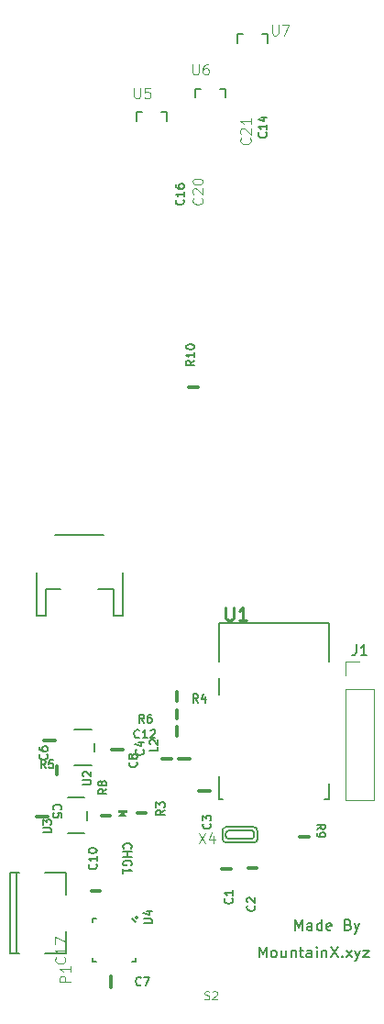
<source format=gbr>
G04 #@! TF.GenerationSoftware,KiCad,Pcbnew,(6.0.0-rc1-dev-1027-g90233e5ec)*
G04 #@! TF.CreationDate,2018-11-05T19:06:39+01:00*
G04 #@! TF.ProjectId,eBoard_remote_control,65426F6172645F72656D6F74655F636F,rev?*
G04 #@! TF.SameCoordinates,Original*
G04 #@! TF.FileFunction,Legend,Top*
G04 #@! TF.FilePolarity,Positive*
%FSLAX46Y46*%
G04 Gerber Fmt 4.6, Leading zero omitted, Abs format (unit mm)*
G04 Created by KiCad (PCBNEW (6.0.0-rc1-dev-1027-g90233e5ec)) date 11/05/18 19:06:39*
%MOMM*%
%LPD*%
G01*
G04 APERTURE LIST*
%ADD10C,0.150000*%
%ADD11C,0.127000*%
%ADD12C,0.203200*%
%ADD13C,0.304800*%
%ADD14C,0.152400*%
%ADD15C,0.120000*%
%ADD16C,0.100000*%
%ADD17C,0.077216*%
%ADD18C,0.217170*%
%ADD19C,0.060800*%
%ADD20C,0.138988*%
%ADD21C,0.076000*%
G04 APERTURE END LIST*
D10*
X203243228Y-142768580D02*
X203243228Y-141768580D01*
X203576561Y-142482866D01*
X203909895Y-141768580D01*
X203909895Y-142768580D01*
X204814657Y-142768580D02*
X204814657Y-142244771D01*
X204767038Y-142149533D01*
X204671800Y-142101914D01*
X204481323Y-142101914D01*
X204386085Y-142149533D01*
X204814657Y-142720961D02*
X204719419Y-142768580D01*
X204481323Y-142768580D01*
X204386085Y-142720961D01*
X204338466Y-142625723D01*
X204338466Y-142530485D01*
X204386085Y-142435247D01*
X204481323Y-142387628D01*
X204719419Y-142387628D01*
X204814657Y-142340009D01*
X205719419Y-142768580D02*
X205719419Y-141768580D01*
X205719419Y-142720961D02*
X205624180Y-142768580D01*
X205433704Y-142768580D01*
X205338466Y-142720961D01*
X205290847Y-142673342D01*
X205243228Y-142578104D01*
X205243228Y-142292390D01*
X205290847Y-142197152D01*
X205338466Y-142149533D01*
X205433704Y-142101914D01*
X205624180Y-142101914D01*
X205719419Y-142149533D01*
X206576561Y-142720961D02*
X206481323Y-142768580D01*
X206290847Y-142768580D01*
X206195609Y-142720961D01*
X206147990Y-142625723D01*
X206147990Y-142244771D01*
X206195609Y-142149533D01*
X206290847Y-142101914D01*
X206481323Y-142101914D01*
X206576561Y-142149533D01*
X206624180Y-142244771D01*
X206624180Y-142340009D01*
X206147990Y-142435247D01*
X208147990Y-142244771D02*
X208290847Y-142292390D01*
X208338466Y-142340009D01*
X208386085Y-142435247D01*
X208386085Y-142578104D01*
X208338466Y-142673342D01*
X208290847Y-142720961D01*
X208195609Y-142768580D01*
X207814657Y-142768580D01*
X207814657Y-141768580D01*
X208147990Y-141768580D01*
X208243228Y-141816200D01*
X208290847Y-141863819D01*
X208338466Y-141959057D01*
X208338466Y-142054295D01*
X208290847Y-142149533D01*
X208243228Y-142197152D01*
X208147990Y-142244771D01*
X207814657Y-142244771D01*
X208719419Y-142101914D02*
X208957514Y-142768580D01*
X209195609Y-142101914D02*
X208957514Y-142768580D01*
X208862276Y-143006676D01*
X208814657Y-143054295D01*
X208719419Y-143101914D01*
X199928790Y-145257780D02*
X199928790Y-144257780D01*
X200262123Y-144972066D01*
X200595457Y-144257780D01*
X200595457Y-145257780D01*
X201214504Y-145257780D02*
X201119266Y-145210161D01*
X201071647Y-145162542D01*
X201024028Y-145067304D01*
X201024028Y-144781590D01*
X201071647Y-144686352D01*
X201119266Y-144638733D01*
X201214504Y-144591114D01*
X201357361Y-144591114D01*
X201452600Y-144638733D01*
X201500219Y-144686352D01*
X201547838Y-144781590D01*
X201547838Y-145067304D01*
X201500219Y-145162542D01*
X201452600Y-145210161D01*
X201357361Y-145257780D01*
X201214504Y-145257780D01*
X202404980Y-144591114D02*
X202404980Y-145257780D01*
X201976409Y-144591114D02*
X201976409Y-145114923D01*
X202024028Y-145210161D01*
X202119266Y-145257780D01*
X202262123Y-145257780D01*
X202357361Y-145210161D01*
X202404980Y-145162542D01*
X202881171Y-144591114D02*
X202881171Y-145257780D01*
X202881171Y-144686352D02*
X202928790Y-144638733D01*
X203024028Y-144591114D01*
X203166885Y-144591114D01*
X203262123Y-144638733D01*
X203309742Y-144733971D01*
X203309742Y-145257780D01*
X203643076Y-144591114D02*
X204024028Y-144591114D01*
X203785933Y-144257780D02*
X203785933Y-145114923D01*
X203833552Y-145210161D01*
X203928790Y-145257780D01*
X204024028Y-145257780D01*
X204785933Y-145257780D02*
X204785933Y-144733971D01*
X204738314Y-144638733D01*
X204643076Y-144591114D01*
X204452599Y-144591114D01*
X204357361Y-144638733D01*
X204785933Y-145210161D02*
X204690695Y-145257780D01*
X204452599Y-145257780D01*
X204357361Y-145210161D01*
X204309742Y-145114923D01*
X204309742Y-145019685D01*
X204357361Y-144924447D01*
X204452599Y-144876828D01*
X204690695Y-144876828D01*
X204785933Y-144829209D01*
X205262123Y-145257780D02*
X205262123Y-144591114D01*
X205262123Y-144257780D02*
X205214504Y-144305400D01*
X205262123Y-144353019D01*
X205309742Y-144305400D01*
X205262123Y-144257780D01*
X205262123Y-144353019D01*
X205738314Y-144591114D02*
X205738314Y-145257780D01*
X205738314Y-144686352D02*
X205785933Y-144638733D01*
X205881171Y-144591114D01*
X206024028Y-144591114D01*
X206119266Y-144638733D01*
X206166885Y-144733971D01*
X206166885Y-145257780D01*
X206547838Y-144257780D02*
X207214504Y-145257780D01*
X207214504Y-144257780D02*
X206547838Y-145257780D01*
X207595457Y-145162542D02*
X207643076Y-145210161D01*
X207595457Y-145257780D01*
X207547838Y-145210161D01*
X207595457Y-145162542D01*
X207595457Y-145257780D01*
X207976409Y-145257780D02*
X208500219Y-144591114D01*
X207976409Y-144591114D02*
X208500219Y-145257780D01*
X208785933Y-144591114D02*
X209024028Y-145257780D01*
X209262123Y-144591114D02*
X209024028Y-145257780D01*
X208928790Y-145495876D01*
X208881171Y-145543495D01*
X208785933Y-145591114D01*
X209547838Y-144591114D02*
X210071647Y-144591114D01*
X209547838Y-145257780D01*
X210071647Y-145257780D01*
G04 #@! TO.C,P1*
X177509863Y-144918018D02*
X177509863Y-137418018D01*
X180109863Y-137418018D02*
X182109863Y-137418018D01*
X177509863Y-137418018D02*
X177809863Y-137418018D01*
X176909863Y-137418018D02*
X177509863Y-137418018D01*
X176909863Y-144918018D02*
X176909863Y-137418018D01*
X177509863Y-144918018D02*
X176909863Y-144918018D01*
X177809863Y-144918018D02*
X177509863Y-144918018D01*
X182109863Y-144918018D02*
X180109863Y-144918018D01*
X182109863Y-142868018D02*
X182109863Y-144918018D01*
X182109863Y-137418018D02*
X182109863Y-139468018D01*
D11*
G04 #@! TO.C,U1*
X206392263Y-130623756D02*
X206392263Y-129223756D01*
X205992263Y-130623756D02*
X206392263Y-130623756D01*
X196192263Y-130623756D02*
X196192263Y-128523756D01*
X196592263Y-130623756D02*
X196192263Y-130623756D01*
X196192263Y-119523756D02*
X196192263Y-121023756D01*
X206392263Y-114423756D02*
X206392263Y-117923756D01*
X196192263Y-114423756D02*
X206392263Y-114423756D01*
X196192263Y-117923756D02*
X196192263Y-114423756D01*
D12*
G04 #@! TO.C,X2*
X179337200Y-113745400D02*
X179337200Y-109745400D01*
X180187200Y-113745400D02*
X179337200Y-113745400D01*
X180187200Y-111245400D02*
X180187200Y-113745400D01*
X181587200Y-111245400D02*
X180187200Y-111245400D01*
X186487200Y-111245400D02*
X185087200Y-111245400D01*
X186487200Y-113745400D02*
X186487200Y-111245400D01*
X187337200Y-113745400D02*
X186487200Y-113745400D01*
X187337200Y-109745400D02*
X187337200Y-113745400D01*
X181087200Y-106245400D02*
X185587200Y-106245400D01*
D13*
G04 #@! TO.C,R8*
X185350200Y-132217160D02*
X186150200Y-132217160D01*
D11*
G04 #@! TO.C,X4*
X199244536Y-134335475D02*
G75*
G03X199444537Y-134035476I-49899J249933D01*
G01*
X199444537Y-133735476D02*
X199444537Y-134035476D01*
X199444538Y-133735477D02*
G75*
G03X199144537Y-133535476I-250001J-50000D01*
G01*
X197144537Y-133535476D02*
X199144537Y-133535476D01*
X197144538Y-133535477D02*
G75*
G03X196844537Y-133835476I-1J-300000D01*
G01*
X196844537Y-134035476D02*
X196844537Y-133835476D01*
X196844537Y-134035476D02*
G75*
G03X197144537Y-134335476I300100J100D01*
G01*
X199244537Y-134335476D02*
X197144537Y-134335476D01*
X196544537Y-134319276D02*
X196544537Y-133518276D01*
X196544537Y-134319276D02*
G75*
G03X196860737Y-134635476I316200J0D01*
G01*
X199520937Y-134635476D02*
X196860737Y-134635476D01*
X199520937Y-134635476D02*
G75*
G03X199744537Y-134411876I0J223600D01*
G01*
X199744537Y-133518276D02*
X199744537Y-134411876D01*
X199744537Y-133518276D02*
G75*
G03X199461737Y-133235476I-282800J0D01*
G01*
X196827337Y-133235476D02*
X199461737Y-133235476D01*
X196827337Y-133235476D02*
G75*
G03X196544537Y-133518276I0J-282800D01*
G01*
D13*
G04 #@! TO.C,C10*
X184452663Y-139141418D02*
X185252663Y-139141418D01*
G04 #@! TO.C,R9*
X203701700Y-134137400D02*
X204501700Y-134137400D01*
D14*
G04 #@! TO.C,U5*
X190881000Y-67284600D02*
X191439800Y-67284600D01*
X191439800Y-67284600D02*
X191439800Y-68097400D01*
X188595000Y-67284600D02*
X189153800Y-67284600D01*
X188595000Y-68097400D02*
X188595000Y-67284600D01*
D15*
G04 #@! TO.C,J1*
X207890844Y-117924010D02*
X209220844Y-117924010D01*
X207890844Y-119254010D02*
X207890844Y-117924010D01*
X207890844Y-120524010D02*
X210550844Y-120524010D01*
X210550844Y-120524010D02*
X210550844Y-130744010D01*
X207890844Y-120524010D02*
X207890844Y-130744010D01*
X207890844Y-130744010D02*
X210550844Y-130744010D01*
D14*
G04 #@! TO.C,U7*
X200167240Y-60076080D02*
X200726040Y-60076080D01*
X200726040Y-60076080D02*
X200726040Y-60888880D01*
X197881240Y-60076080D02*
X198440040Y-60076080D01*
X197881240Y-60888880D02*
X197881240Y-60076080D01*
G04 #@! TO.C,U6*
X196281040Y-65092760D02*
X196839840Y-65092760D01*
X196839840Y-65092760D02*
X196839840Y-65905560D01*
X193995040Y-65092760D02*
X194553840Y-65092760D01*
X193995040Y-65905560D02*
X193995040Y-65092760D01*
D13*
G04 #@! TO.C,C1*
X197299937Y-137059676D02*
X196499937Y-137059676D01*
G04 #@! TO.C,C2*
X199738337Y-137034276D02*
X198938337Y-137034276D01*
G04 #@! TO.C,C3*
X195381880Y-129900680D02*
X194365880Y-129900680D01*
G04 #@! TO.C,L2*
X193498244Y-126975610D02*
X192482244Y-126975610D01*
G04 #@! TO.C,C4*
X191814400Y-126974600D02*
X191014400Y-126974600D01*
D12*
G04 #@! TO.C,U3*
X184067077Y-131779116D02*
X184067077Y-132579116D01*
X183817077Y-133829116D02*
X182217077Y-133829116D01*
X183817077Y-130529116D02*
X182217077Y-130529116D01*
D16*
G04 #@! TO.C,CHG1*
G36*
X187335077Y-131785416D02*
X186954077Y-132293416D01*
X187716077Y-132293416D01*
X187335077Y-131785416D01*
G37*
G36*
X186890577Y-131898916D02*
X187779577Y-131898916D01*
X187779577Y-131708416D01*
X186890577Y-131708416D01*
X186890577Y-131898916D01*
G37*
D13*
G04 #@! TO.C,R3*
X189462277Y-131937816D02*
X188662277Y-131937816D01*
G04 #@! TO.C,C5*
X179379880Y-132262880D02*
X180395880Y-132262880D01*
G04 #@! TO.C,R4*
X192304444Y-120784410D02*
X192304444Y-121584410D01*
G04 #@! TO.C,R6*
X192368844Y-123210010D02*
X192368844Y-122410010D01*
G04 #@! TO.C,C6*
X181061360Y-125206760D02*
X180045360Y-125206760D01*
G04 #@! TO.C,C8*
X187313735Y-126067768D02*
X186297735Y-126067768D01*
D12*
G04 #@! TO.C,U2*
X184706135Y-125489968D02*
X184706135Y-126289968D01*
X184456135Y-127539968D02*
X182856135Y-127539968D01*
X184456135Y-124239968D02*
X182856135Y-124239968D01*
D13*
G04 #@! TO.C,R5*
X181269640Y-128375360D02*
X181269640Y-127575360D01*
D12*
G04 #@! TO.C,U4*
X188713463Y-141579818D02*
G75*
G03X188713463Y-141579818I-127000J0D01*
G01*
X188503663Y-142012618D02*
X188153663Y-141662618D01*
X188503663Y-145662618D02*
X188503663Y-145312618D01*
X188153663Y-145662618D02*
X188503663Y-145662618D01*
X184503663Y-141662618D02*
X184853663Y-141662618D01*
X184503663Y-142012618D02*
X184503663Y-141662618D01*
X184853663Y-145662618D02*
X184503663Y-145662618D01*
X184503663Y-145312618D02*
X184503663Y-145662618D01*
D13*
G04 #@! TO.C,C12*
X192355244Y-124810210D02*
X192355244Y-124010210D01*
G04 #@! TO.C,C7*
X186198863Y-148056818D02*
X186198863Y-147040818D01*
G04 #@! TO.C,R10*
X193462960Y-92669360D02*
X194262960Y-92669360D01*
G04 #@! TO.C,P1*
D17*
X182483518Y-147527680D02*
X181518318Y-147527680D01*
X181518318Y-147159984D01*
X181564280Y-147068061D01*
X181610241Y-147022099D01*
X181702165Y-146976137D01*
X181840051Y-146976137D01*
X181931975Y-147022099D01*
X181977937Y-147068061D01*
X182023899Y-147159984D01*
X182023899Y-147527680D01*
X182483518Y-146056899D02*
X182483518Y-146608441D01*
X182483518Y-146332670D02*
X181518318Y-146332670D01*
X181656203Y-146424594D01*
X181748127Y-146516518D01*
X181794089Y-146608441D01*
G04 #@! TO.C,U1*
D18*
X196854685Y-112931803D02*
X196854685Y-113908494D01*
X196912137Y-114023398D01*
X196969590Y-114080851D01*
X197084494Y-114138303D01*
X197314304Y-114138303D01*
X197429209Y-114080851D01*
X197486661Y-114023398D01*
X197544113Y-113908494D01*
X197544113Y-112931803D01*
X198750613Y-114138303D02*
X198061185Y-114138303D01*
X198405899Y-114138303D02*
X198405899Y-112931803D01*
X198290994Y-113104160D01*
X198176090Y-113219065D01*
X198061185Y-113276517D01*
G04 #@! TO.C,S2*
D19*
X194900681Y-149087019D02*
X195009253Y-149123209D01*
X195190205Y-149123209D01*
X195262586Y-149087019D01*
X195298777Y-149050828D01*
X195334967Y-148978447D01*
X195334967Y-148906066D01*
X195298777Y-148833685D01*
X195262586Y-148797495D01*
X195190205Y-148761304D01*
X195045443Y-148725114D01*
X194973062Y-148688923D01*
X194936872Y-148652733D01*
X194900681Y-148580352D01*
X194900681Y-148507971D01*
X194936872Y-148435590D01*
X194973062Y-148399400D01*
X195045443Y-148363209D01*
X195226396Y-148363209D01*
X195334967Y-148399400D01*
X195624491Y-148435590D02*
X195660681Y-148399400D01*
X195733062Y-148363209D01*
X195914015Y-148363209D01*
X195986396Y-148399400D01*
X196022586Y-148435590D01*
X196058777Y-148507971D01*
X196058777Y-148580352D01*
X196022586Y-148688923D01*
X195588300Y-149123209D01*
X196058777Y-149123209D01*
G04 #@! TO.C,R8*
D20*
X185840430Y-129723735D02*
X185472735Y-129981122D01*
X185840430Y-130164970D02*
X185068270Y-130164970D01*
X185068270Y-129870813D01*
X185105040Y-129797274D01*
X185141809Y-129760505D01*
X185215348Y-129723735D01*
X185325657Y-129723735D01*
X185399196Y-129760505D01*
X185435965Y-129797274D01*
X185472735Y-129870813D01*
X185472735Y-130164970D01*
X185399196Y-129282501D02*
X185362426Y-129356040D01*
X185325657Y-129392810D01*
X185252118Y-129429579D01*
X185215348Y-129429579D01*
X185141809Y-129392810D01*
X185105040Y-129356040D01*
X185068270Y-129282501D01*
X185068270Y-129135423D01*
X185105040Y-129061884D01*
X185141809Y-129025114D01*
X185215348Y-128988345D01*
X185252118Y-128988345D01*
X185325657Y-129025114D01*
X185362426Y-129061884D01*
X185399196Y-129135423D01*
X185399196Y-129282501D01*
X185435965Y-129356040D01*
X185472735Y-129392810D01*
X185546274Y-129429579D01*
X185693352Y-129429579D01*
X185766891Y-129392810D01*
X185803660Y-129356040D01*
X185840430Y-129282501D01*
X185840430Y-129135423D01*
X185803660Y-129061884D01*
X185766891Y-129025114D01*
X185693352Y-128988345D01*
X185546274Y-128988345D01*
X185472735Y-129025114D01*
X185435965Y-129061884D01*
X185399196Y-129135423D01*
G04 #@! TO.C,X4*
D17*
X194324519Y-133761238D02*
X194967985Y-134726438D01*
X194967985Y-133761238D02*
X194324519Y-134726438D01*
X195749338Y-134082971D02*
X195749338Y-134726438D01*
X195519528Y-133715276D02*
X195289719Y-134404704D01*
X195887223Y-134404704D01*
G04 #@! TO.C,C10*
D20*
X184869354Y-136647993D02*
X184906123Y-136684763D01*
X184942893Y-136795071D01*
X184942893Y-136868611D01*
X184906123Y-136978919D01*
X184832584Y-137052458D01*
X184759045Y-137089228D01*
X184611967Y-137125997D01*
X184501659Y-137125997D01*
X184354581Y-137089228D01*
X184281042Y-137052458D01*
X184207503Y-136978919D01*
X184170733Y-136868611D01*
X184170733Y-136795071D01*
X184207503Y-136684763D01*
X184244272Y-136647993D01*
X184942893Y-135912603D02*
X184942893Y-136353837D01*
X184942893Y-136133220D02*
X184170733Y-136133220D01*
X184281042Y-136206759D01*
X184354581Y-136280298D01*
X184391350Y-136353837D01*
X184170733Y-135434599D02*
X184170733Y-135361060D01*
X184207503Y-135287521D01*
X184244272Y-135250751D01*
X184317811Y-135213982D01*
X184464889Y-135177212D01*
X184648737Y-135177212D01*
X184795815Y-135213982D01*
X184869354Y-135250751D01*
X184906123Y-135287521D01*
X184942893Y-135361060D01*
X184942893Y-135434599D01*
X184906123Y-135508138D01*
X184869354Y-135544908D01*
X184795815Y-135581677D01*
X184648737Y-135618447D01*
X184464889Y-135618447D01*
X184317811Y-135581677D01*
X184244272Y-135544908D01*
X184207503Y-135508138D01*
X184170733Y-135434599D01*
G04 #@! TO.C,R9*
X205245909Y-133431289D02*
X205613604Y-133173902D01*
X205245909Y-132990054D02*
X206018069Y-132990054D01*
X206018069Y-133284211D01*
X205981300Y-133357750D01*
X205944530Y-133394519D01*
X205870991Y-133431289D01*
X205760682Y-133431289D01*
X205687143Y-133394519D01*
X205650374Y-133357750D01*
X205613604Y-133284211D01*
X205613604Y-132990054D01*
X205245909Y-133798984D02*
X205245909Y-133946062D01*
X205282679Y-134019601D01*
X205319448Y-134056371D01*
X205429757Y-134129910D01*
X205576835Y-134166679D01*
X205870991Y-134166679D01*
X205944530Y-134129910D01*
X205981300Y-134093140D01*
X206018069Y-134019601D01*
X206018069Y-133872523D01*
X205981300Y-133798984D01*
X205944530Y-133762214D01*
X205870991Y-133725445D01*
X205687143Y-133725445D01*
X205613604Y-133762214D01*
X205576835Y-133798984D01*
X205540065Y-133872523D01*
X205540065Y-134019601D01*
X205576835Y-134093140D01*
X205613604Y-134129910D01*
X205687143Y-134166679D01*
G04 #@! TO.C,U5*
D21*
X188387990Y-65044761D02*
X188387990Y-65813809D01*
X188433228Y-65904285D01*
X188478466Y-65949523D01*
X188568942Y-65994761D01*
X188749895Y-65994761D01*
X188840371Y-65949523D01*
X188885609Y-65904285D01*
X188930847Y-65813809D01*
X188930847Y-65044761D01*
X189835609Y-65044761D02*
X189383228Y-65044761D01*
X189337990Y-65497142D01*
X189383228Y-65451904D01*
X189473704Y-65406666D01*
X189699895Y-65406666D01*
X189790371Y-65451904D01*
X189835609Y-65497142D01*
X189880847Y-65587619D01*
X189880847Y-65813809D01*
X189835609Y-65904285D01*
X189790371Y-65949523D01*
X189699895Y-65994761D01*
X189473704Y-65994761D01*
X189383228Y-65949523D01*
X189337990Y-65904285D01*
G04 #@! TO.C,J1*
D10*
X208887510Y-116376390D02*
X208887510Y-117090676D01*
X208839891Y-117233533D01*
X208744653Y-117328771D01*
X208601796Y-117376390D01*
X208506558Y-117376390D01*
X209887510Y-117376390D02*
X209316082Y-117376390D01*
X209601796Y-117376390D02*
X209601796Y-116376390D01*
X209506558Y-116519248D01*
X209411320Y-116614486D01*
X209316082Y-116662105D01*
G04 #@! TO.C,U7*
D21*
X201143870Y-59228161D02*
X201143870Y-59997209D01*
X201189108Y-60087685D01*
X201234346Y-60132923D01*
X201324822Y-60178161D01*
X201505775Y-60178161D01*
X201596251Y-60132923D01*
X201641489Y-60087685D01*
X201686727Y-59997209D01*
X201686727Y-59228161D01*
X202048632Y-59228161D02*
X202681965Y-59228161D01*
X202274822Y-60178161D01*
G04 #@! TO.C,U6*
X193788030Y-62852921D02*
X193788030Y-63621969D01*
X193833268Y-63712445D01*
X193878506Y-63757683D01*
X193968982Y-63802921D01*
X194149935Y-63802921D01*
X194240411Y-63757683D01*
X194285649Y-63712445D01*
X194330887Y-63621969D01*
X194330887Y-62852921D01*
X195190411Y-62852921D02*
X195009459Y-62852921D01*
X194918982Y-62898160D01*
X194873744Y-62943398D01*
X194783268Y-63079112D01*
X194738030Y-63260064D01*
X194738030Y-63621969D01*
X194783268Y-63712445D01*
X194828506Y-63757683D01*
X194918982Y-63802921D01*
X195099935Y-63802921D01*
X195190411Y-63757683D01*
X195235649Y-63712445D01*
X195280887Y-63621969D01*
X195280887Y-63395779D01*
X195235649Y-63305302D01*
X195190411Y-63260064D01*
X195099935Y-63214826D01*
X194918982Y-63214826D01*
X194828506Y-63260064D01*
X194783268Y-63305302D01*
X194738030Y-63395779D01*
G04 #@! TO.C,C21*
X199063785Y-69653852D02*
X199109023Y-69699090D01*
X199154261Y-69834804D01*
X199154261Y-69925280D01*
X199109023Y-70060995D01*
X199018547Y-70151471D01*
X198928071Y-70196709D01*
X198747119Y-70241947D01*
X198611404Y-70241947D01*
X198430452Y-70196709D01*
X198339976Y-70151471D01*
X198249500Y-70060995D01*
X198204261Y-69925280D01*
X198204261Y-69834804D01*
X198249500Y-69699090D01*
X198294738Y-69653852D01*
X198294738Y-69291947D02*
X198249500Y-69246709D01*
X198204261Y-69156233D01*
X198204261Y-68930042D01*
X198249500Y-68839566D01*
X198294738Y-68794328D01*
X198385214Y-68749090D01*
X198475690Y-68749090D01*
X198611404Y-68794328D01*
X199154261Y-69337185D01*
X199154261Y-68749090D01*
X199154261Y-67844328D02*
X199154261Y-68387185D01*
X199154261Y-68115757D02*
X198204261Y-68115757D01*
X198339976Y-68206233D01*
X198430452Y-68296709D01*
X198475690Y-68387185D01*
G04 #@! TO.C,C20*
X194631485Y-75203752D02*
X194676723Y-75248990D01*
X194721961Y-75384704D01*
X194721961Y-75475180D01*
X194676723Y-75610895D01*
X194586247Y-75701371D01*
X194495771Y-75746609D01*
X194314819Y-75791847D01*
X194179104Y-75791847D01*
X193998152Y-75746609D01*
X193907676Y-75701371D01*
X193817200Y-75610895D01*
X193771961Y-75475180D01*
X193771961Y-75384704D01*
X193817200Y-75248990D01*
X193862438Y-75203752D01*
X193862438Y-74841847D02*
X193817200Y-74796609D01*
X193771961Y-74706133D01*
X193771961Y-74479942D01*
X193817200Y-74389466D01*
X193862438Y-74344228D01*
X193952914Y-74298990D01*
X194043390Y-74298990D01*
X194179104Y-74344228D01*
X194721961Y-74887085D01*
X194721961Y-74298990D01*
X193771961Y-73710895D02*
X193771961Y-73620419D01*
X193817200Y-73529942D01*
X193862438Y-73484704D01*
X193952914Y-73439466D01*
X194133866Y-73394228D01*
X194360057Y-73394228D01*
X194541009Y-73439466D01*
X194631485Y-73484704D01*
X194676723Y-73529942D01*
X194721961Y-73620419D01*
X194721961Y-73710895D01*
X194676723Y-73801371D01*
X194631485Y-73846609D01*
X194541009Y-73891847D01*
X194360057Y-73937085D01*
X194133866Y-73937085D01*
X193952914Y-73891847D01*
X193862438Y-73846609D01*
X193817200Y-73801371D01*
X193771961Y-73710895D01*
G04 #@! TO.C,C1*
D20*
X197434788Y-139810486D02*
X197471557Y-139847256D01*
X197508327Y-139957564D01*
X197508327Y-140031103D01*
X197471557Y-140141412D01*
X197398018Y-140214951D01*
X197324479Y-140251721D01*
X197177401Y-140288490D01*
X197067093Y-140288490D01*
X196920015Y-140251721D01*
X196846476Y-140214951D01*
X196772937Y-140141412D01*
X196736167Y-140031103D01*
X196736167Y-139957564D01*
X196772937Y-139847256D01*
X196809706Y-139810486D01*
X197508327Y-139075096D02*
X197508327Y-139516330D01*
X197508327Y-139295713D02*
X196736167Y-139295713D01*
X196846476Y-139369252D01*
X196920015Y-139442791D01*
X196956784Y-139516330D01*
G04 #@! TO.C,C2*
X199493051Y-140469610D02*
X199529820Y-140506380D01*
X199566590Y-140616688D01*
X199566590Y-140690227D01*
X199529820Y-140800536D01*
X199456281Y-140874075D01*
X199382742Y-140910845D01*
X199235664Y-140947614D01*
X199125356Y-140947614D01*
X198978278Y-140910845D01*
X198904739Y-140874075D01*
X198831200Y-140800536D01*
X198794430Y-140690227D01*
X198794430Y-140616688D01*
X198831200Y-140506380D01*
X198867969Y-140469610D01*
X198867969Y-140175454D02*
X198831200Y-140138685D01*
X198794430Y-140065146D01*
X198794430Y-139881298D01*
X198831200Y-139807759D01*
X198867969Y-139770989D01*
X198941508Y-139734220D01*
X199015047Y-139734220D01*
X199125356Y-139770989D01*
X199566590Y-140212224D01*
X199566590Y-139734220D01*
G04 #@! TO.C,C3*
X195408731Y-132905490D02*
X195445500Y-132942260D01*
X195482270Y-133052568D01*
X195482270Y-133126107D01*
X195445500Y-133236416D01*
X195371961Y-133309955D01*
X195298422Y-133346725D01*
X195151344Y-133383494D01*
X195041036Y-133383494D01*
X194893958Y-133346725D01*
X194820419Y-133309955D01*
X194746880Y-133236416D01*
X194710110Y-133126107D01*
X194710110Y-133052568D01*
X194746880Y-132942260D01*
X194783649Y-132905490D01*
X194710110Y-132648104D02*
X194710110Y-132170100D01*
X195004266Y-132427486D01*
X195004266Y-132317178D01*
X195041036Y-132243639D01*
X195077805Y-132206869D01*
X195151344Y-132170100D01*
X195335192Y-132170100D01*
X195408731Y-132206869D01*
X195445500Y-132243639D01*
X195482270Y-132317178D01*
X195482270Y-132537795D01*
X195445500Y-132611334D01*
X195408731Y-132648104D01*
G04 #@! TO.C,L2*
X190587690Y-125816471D02*
X190587690Y-126184166D01*
X189815530Y-126184166D01*
X189889069Y-125595854D02*
X189852300Y-125559085D01*
X189815530Y-125485546D01*
X189815530Y-125301698D01*
X189852300Y-125228159D01*
X189889069Y-125191389D01*
X189962608Y-125154620D01*
X190036147Y-125154620D01*
X190146456Y-125191389D01*
X190587690Y-125632624D01*
X190587690Y-125154620D01*
G04 #@! TO.C,C4*
X189208591Y-126081375D02*
X189245360Y-126118145D01*
X189282130Y-126228453D01*
X189282130Y-126301993D01*
X189245360Y-126412301D01*
X189171821Y-126485840D01*
X189098282Y-126522610D01*
X188951204Y-126559379D01*
X188840896Y-126559379D01*
X188693818Y-126522610D01*
X188620279Y-126485840D01*
X188546740Y-126412301D01*
X188509970Y-126301993D01*
X188509970Y-126228453D01*
X188546740Y-126118145D01*
X188583509Y-126081375D01*
X188767357Y-125419524D02*
X189282130Y-125419524D01*
X188473200Y-125603372D02*
X189024743Y-125787219D01*
X189024743Y-125309215D01*
G04 #@! TO.C,U3*
X179975431Y-133743803D02*
X180600513Y-133743803D01*
X180674052Y-133707033D01*
X180710821Y-133670264D01*
X180747591Y-133596725D01*
X180747591Y-133449646D01*
X180710821Y-133376107D01*
X180674052Y-133339338D01*
X180600513Y-133302568D01*
X179975431Y-133302568D01*
X179975431Y-133008412D02*
X179975431Y-132530408D01*
X180269587Y-132787795D01*
X180269587Y-132677486D01*
X180306357Y-132603947D01*
X180343126Y-132567178D01*
X180416665Y-132530408D01*
X180600513Y-132530408D01*
X180674052Y-132567178D01*
X180710821Y-132603947D01*
X180747591Y-132677486D01*
X180747591Y-132898104D01*
X180710821Y-132971643D01*
X180674052Y-133008412D01*
G04 #@! TO.C,CHG1*
X187448008Y-135195724D02*
X187411239Y-135158954D01*
X187374469Y-135048646D01*
X187374469Y-134975106D01*
X187411239Y-134864798D01*
X187484778Y-134791259D01*
X187558317Y-134754489D01*
X187705395Y-134717720D01*
X187815703Y-134717720D01*
X187962781Y-134754489D01*
X188036320Y-134791259D01*
X188109860Y-134864798D01*
X188146629Y-134975106D01*
X188146629Y-135048646D01*
X188109860Y-135158954D01*
X188073090Y-135195724D01*
X187374469Y-135526649D02*
X188146629Y-135526649D01*
X187778934Y-135526649D02*
X187778934Y-135967884D01*
X187374469Y-135967884D02*
X188146629Y-135967884D01*
X188109860Y-136740044D02*
X188146629Y-136666505D01*
X188146629Y-136556196D01*
X188109860Y-136445887D01*
X188036320Y-136372348D01*
X187962781Y-136335579D01*
X187815703Y-136298809D01*
X187705395Y-136298809D01*
X187558317Y-136335579D01*
X187484778Y-136372348D01*
X187411239Y-136445887D01*
X187374469Y-136556196D01*
X187374469Y-136629735D01*
X187411239Y-136740044D01*
X187448008Y-136776813D01*
X187705395Y-136776813D01*
X187705395Y-136629735D01*
X187374469Y-137512204D02*
X187374469Y-137070969D01*
X187374469Y-137291586D02*
X188146629Y-137291586D01*
X188036320Y-137218047D01*
X187962781Y-137144508D01*
X187926012Y-137070969D01*
G04 #@! TO.C,R3*
X191197290Y-131681210D02*
X190829595Y-131938597D01*
X191197290Y-132122445D02*
X190425130Y-132122445D01*
X190425130Y-131828288D01*
X190461900Y-131754749D01*
X190498669Y-131717980D01*
X190572208Y-131681210D01*
X190682517Y-131681210D01*
X190756056Y-131717980D01*
X190792825Y-131754749D01*
X190829595Y-131828288D01*
X190829595Y-132122445D01*
X190425130Y-131423824D02*
X190425130Y-130945820D01*
X190719286Y-131203206D01*
X190719286Y-131092898D01*
X190756056Y-131019359D01*
X190792825Y-130982589D01*
X190866364Y-130945820D01*
X191050212Y-130945820D01*
X191123751Y-130982589D01*
X191160520Y-131019359D01*
X191197290Y-131092898D01*
X191197290Y-131313515D01*
X191160520Y-131387054D01*
X191123751Y-131423824D01*
G04 #@! TO.C,C5*
X180976005Y-131630485D02*
X180939236Y-131593715D01*
X180902466Y-131483407D01*
X180902466Y-131409868D01*
X180939236Y-131299559D01*
X181012775Y-131226020D01*
X181086314Y-131189250D01*
X181233392Y-131152481D01*
X181343700Y-131152481D01*
X181490778Y-131189250D01*
X181564317Y-131226020D01*
X181637857Y-131299559D01*
X181674626Y-131409868D01*
X181674626Y-131483407D01*
X181637857Y-131593715D01*
X181601087Y-131630485D01*
X181674626Y-132329106D02*
X181674626Y-131961410D01*
X181306931Y-131924641D01*
X181343700Y-131961410D01*
X181380470Y-132034949D01*
X181380470Y-132218797D01*
X181343700Y-132292336D01*
X181306931Y-132329106D01*
X181233392Y-132365875D01*
X181049544Y-132365875D01*
X180976005Y-132329106D01*
X180939236Y-132292336D01*
X180902466Y-132218797D01*
X180902466Y-132034949D01*
X180939236Y-131961410D01*
X180976005Y-131924641D01*
G04 #@! TO.C,R4*
X194298984Y-121730830D02*
X194041597Y-121363135D01*
X193857749Y-121730830D02*
X193857749Y-120958670D01*
X194151906Y-120958670D01*
X194225445Y-120995440D01*
X194262214Y-121032209D01*
X194298984Y-121105748D01*
X194298984Y-121216057D01*
X194262214Y-121289596D01*
X194225445Y-121326365D01*
X194151906Y-121363135D01*
X193857749Y-121363135D01*
X194960835Y-121216057D02*
X194960835Y-121730830D01*
X194776987Y-120921900D02*
X194593140Y-121473443D01*
X195071144Y-121473443D01*
G04 #@! TO.C,R6*
X189285024Y-123610430D02*
X189027637Y-123242735D01*
X188843789Y-123610430D02*
X188843789Y-122838270D01*
X189137946Y-122838270D01*
X189211485Y-122875040D01*
X189248254Y-122911809D01*
X189285024Y-122985348D01*
X189285024Y-123095657D01*
X189248254Y-123169196D01*
X189211485Y-123205965D01*
X189137946Y-123242735D01*
X188843789Y-123242735D01*
X189946875Y-122838270D02*
X189799797Y-122838270D01*
X189726258Y-122875040D01*
X189689488Y-122911809D01*
X189615949Y-123022118D01*
X189579180Y-123169196D01*
X189579180Y-123463352D01*
X189615949Y-123536891D01*
X189652719Y-123573660D01*
X189726258Y-123610430D01*
X189873336Y-123610430D01*
X189946875Y-123573660D01*
X189983645Y-123536891D01*
X190020414Y-123463352D01*
X190020414Y-123279504D01*
X189983645Y-123205965D01*
X189946875Y-123169196D01*
X189873336Y-123132426D01*
X189726258Y-123132426D01*
X189652719Y-123169196D01*
X189615949Y-123205965D01*
X189579180Y-123279504D01*
G04 #@! TO.C,C6*
X180316051Y-126523335D02*
X180352820Y-126560105D01*
X180389590Y-126670413D01*
X180389590Y-126743953D01*
X180352820Y-126854261D01*
X180279281Y-126927800D01*
X180205742Y-126964570D01*
X180058664Y-127001339D01*
X179948356Y-127001339D01*
X179801278Y-126964570D01*
X179727739Y-126927800D01*
X179654200Y-126854261D01*
X179617430Y-126743953D01*
X179617430Y-126670413D01*
X179654200Y-126560105D01*
X179690969Y-126523335D01*
X179617430Y-125861484D02*
X179617430Y-126008562D01*
X179654200Y-126082101D01*
X179690969Y-126118871D01*
X179801278Y-126192410D01*
X179948356Y-126229179D01*
X180242512Y-126229179D01*
X180316051Y-126192410D01*
X180352820Y-126155640D01*
X180389590Y-126082101D01*
X180389590Y-125935023D01*
X180352820Y-125861484D01*
X180316051Y-125824714D01*
X180242512Y-125787945D01*
X180058664Y-125787945D01*
X179985125Y-125824714D01*
X179948356Y-125861484D01*
X179911586Y-125935023D01*
X179911586Y-126082101D01*
X179948356Y-126155640D01*
X179985125Y-126192410D01*
X180058664Y-126229179D01*
G04 #@! TO.C,C8*
X188586291Y-127237075D02*
X188623060Y-127273845D01*
X188659830Y-127384153D01*
X188659830Y-127457693D01*
X188623060Y-127568001D01*
X188549521Y-127641540D01*
X188475982Y-127678310D01*
X188328904Y-127715079D01*
X188218596Y-127715079D01*
X188071518Y-127678310D01*
X187997979Y-127641540D01*
X187924440Y-127568001D01*
X187887670Y-127457693D01*
X187887670Y-127384153D01*
X187924440Y-127273845D01*
X187961209Y-127237075D01*
X188218596Y-126795841D02*
X188181826Y-126869380D01*
X188145057Y-126906150D01*
X188071518Y-126942919D01*
X188034748Y-126942919D01*
X187961209Y-126906150D01*
X187924440Y-126869380D01*
X187887670Y-126795841D01*
X187887670Y-126648763D01*
X187924440Y-126575224D01*
X187961209Y-126538454D01*
X188034748Y-126501685D01*
X188071518Y-126501685D01*
X188145057Y-126538454D01*
X188181826Y-126575224D01*
X188218596Y-126648763D01*
X188218596Y-126795841D01*
X188255365Y-126869380D01*
X188292135Y-126906150D01*
X188365674Y-126942919D01*
X188512752Y-126942919D01*
X188586291Y-126906150D01*
X188623060Y-126869380D01*
X188659830Y-126795841D01*
X188659830Y-126648763D01*
X188623060Y-126575224D01*
X188586291Y-126538454D01*
X188512752Y-126501685D01*
X188365674Y-126501685D01*
X188292135Y-126538454D01*
X188255365Y-126575224D01*
X188218596Y-126648763D01*
G04 #@! TO.C,U2*
X183619365Y-129318782D02*
X184244447Y-129318782D01*
X184317986Y-129282013D01*
X184354755Y-129245243D01*
X184391525Y-129171704D01*
X184391525Y-129024626D01*
X184354755Y-128951087D01*
X184317986Y-128914317D01*
X184244447Y-128877548D01*
X183619365Y-128877548D01*
X183692904Y-128546622D02*
X183656135Y-128509853D01*
X183619365Y-128436314D01*
X183619365Y-128252466D01*
X183656135Y-128178927D01*
X183692904Y-128142157D01*
X183766443Y-128105388D01*
X183839982Y-128105388D01*
X183950291Y-128142157D01*
X184391525Y-128583392D01*
X184391525Y-128105388D01*
G04 #@! TO.C,R5*
X180207064Y-127811590D02*
X179949677Y-127443895D01*
X179765829Y-127811590D02*
X179765829Y-127039430D01*
X180059986Y-127039430D01*
X180133525Y-127076200D01*
X180170294Y-127112969D01*
X180207064Y-127186508D01*
X180207064Y-127296817D01*
X180170294Y-127370356D01*
X180133525Y-127407125D01*
X180059986Y-127443895D01*
X179765829Y-127443895D01*
X180905685Y-127039430D02*
X180537989Y-127039430D01*
X180501220Y-127407125D01*
X180537989Y-127370356D01*
X180611528Y-127333586D01*
X180795376Y-127333586D01*
X180868915Y-127370356D01*
X180905685Y-127407125D01*
X180942454Y-127480664D01*
X180942454Y-127664512D01*
X180905685Y-127738051D01*
X180868915Y-127774820D01*
X180795376Y-127811590D01*
X180611528Y-127811590D01*
X180537989Y-127774820D01*
X180501220Y-127738051D01*
G04 #@! TO.C,U4*
X189266893Y-142128714D02*
X189891975Y-142128714D01*
X189965514Y-142091945D01*
X190002283Y-142055175D01*
X190039053Y-141981636D01*
X190039053Y-141834558D01*
X190002283Y-141761019D01*
X189965514Y-141724249D01*
X189891975Y-141687480D01*
X189266893Y-141687480D01*
X189524280Y-140988859D02*
X190039053Y-140988859D01*
X189230123Y-141172706D02*
X189781666Y-141356554D01*
X189781666Y-140878550D01*
G04 #@! TO.C,C12*
X188869042Y-124945061D02*
X188832273Y-124981830D01*
X188721964Y-125018600D01*
X188648425Y-125018600D01*
X188538117Y-124981830D01*
X188464577Y-124908291D01*
X188427808Y-124834752D01*
X188391038Y-124687674D01*
X188391038Y-124577366D01*
X188427808Y-124430288D01*
X188464577Y-124356749D01*
X188538117Y-124283210D01*
X188648425Y-124246440D01*
X188721964Y-124246440D01*
X188832273Y-124283210D01*
X188869042Y-124319979D01*
X189604433Y-125018600D02*
X189163198Y-125018600D01*
X189383816Y-125018600D02*
X189383816Y-124246440D01*
X189310277Y-124356749D01*
X189236737Y-124430288D01*
X189163198Y-124467057D01*
X189898589Y-124319979D02*
X189935358Y-124283210D01*
X190008897Y-124246440D01*
X190192745Y-124246440D01*
X190266284Y-124283210D01*
X190303054Y-124319979D01*
X190339823Y-124393518D01*
X190339823Y-124467057D01*
X190303054Y-124577366D01*
X189861819Y-125018600D01*
X190339823Y-125018600D01*
G04 #@! TO.C,C7*
X189018324Y-147781191D02*
X188981554Y-147817960D01*
X188871246Y-147854730D01*
X188797706Y-147854730D01*
X188687398Y-147817960D01*
X188613859Y-147744421D01*
X188577089Y-147670882D01*
X188540320Y-147523804D01*
X188540320Y-147413496D01*
X188577089Y-147266418D01*
X188613859Y-147192879D01*
X188687398Y-147119340D01*
X188797706Y-147082570D01*
X188871246Y-147082570D01*
X188981554Y-147119340D01*
X189018324Y-147156109D01*
X189275710Y-147082570D02*
X189790484Y-147082570D01*
X189459558Y-147854730D01*
G04 #@! TO.C,C14*
X200562391Y-69147275D02*
X200599160Y-69184045D01*
X200635930Y-69294353D01*
X200635930Y-69367893D01*
X200599160Y-69478201D01*
X200525621Y-69551740D01*
X200452082Y-69588510D01*
X200305004Y-69625279D01*
X200194696Y-69625279D01*
X200047618Y-69588510D01*
X199974079Y-69551740D01*
X199900540Y-69478201D01*
X199863770Y-69367893D01*
X199863770Y-69294353D01*
X199900540Y-69184045D01*
X199937309Y-69147275D01*
X200635930Y-68411885D02*
X200635930Y-68853119D01*
X200635930Y-68632502D02*
X199863770Y-68632502D01*
X199974079Y-68706041D01*
X200047618Y-68779580D01*
X200084387Y-68853119D01*
X200121157Y-67750033D02*
X200635930Y-67750033D01*
X199827000Y-67933881D02*
X200378543Y-68117729D01*
X200378543Y-67639725D01*
G04 #@! TO.C,R10*
X193953190Y-90175935D02*
X193585495Y-90433322D01*
X193953190Y-90617170D02*
X193181030Y-90617170D01*
X193181030Y-90323013D01*
X193217800Y-90249474D01*
X193254569Y-90212705D01*
X193328108Y-90175935D01*
X193438417Y-90175935D01*
X193511956Y-90212705D01*
X193548725Y-90249474D01*
X193585495Y-90323013D01*
X193585495Y-90617170D01*
X193953190Y-89440545D02*
X193953190Y-89881779D01*
X193953190Y-89661162D02*
X193181030Y-89661162D01*
X193291339Y-89734701D01*
X193364878Y-89808240D01*
X193401647Y-89881779D01*
X193181030Y-88962541D02*
X193181030Y-88889002D01*
X193217800Y-88815463D01*
X193254569Y-88778693D01*
X193328108Y-88741924D01*
X193475186Y-88705154D01*
X193659034Y-88705154D01*
X193806112Y-88741924D01*
X193879651Y-88778693D01*
X193916420Y-88815463D01*
X193953190Y-88889002D01*
X193953190Y-88962541D01*
X193916420Y-89036080D01*
X193879651Y-89072850D01*
X193806112Y-89109619D01*
X193659034Y-89146389D01*
X193475186Y-89146389D01*
X193328108Y-89109619D01*
X193254569Y-89072850D01*
X193217800Y-89036080D01*
X193181030Y-88962541D01*
G04 #@! TO.C,C16*
X192904291Y-75344875D02*
X192941060Y-75381645D01*
X192977830Y-75491953D01*
X192977830Y-75565493D01*
X192941060Y-75675801D01*
X192867521Y-75749340D01*
X192793982Y-75786110D01*
X192646904Y-75822879D01*
X192536596Y-75822879D01*
X192389518Y-75786110D01*
X192315979Y-75749340D01*
X192242440Y-75675801D01*
X192205670Y-75565493D01*
X192205670Y-75491953D01*
X192242440Y-75381645D01*
X192279209Y-75344875D01*
X192977830Y-74609485D02*
X192977830Y-75050719D01*
X192977830Y-74830102D02*
X192205670Y-74830102D01*
X192315979Y-74903641D01*
X192389518Y-74977180D01*
X192426287Y-75050719D01*
X192205670Y-73947633D02*
X192205670Y-74094712D01*
X192242440Y-74168251D01*
X192279209Y-74205020D01*
X192389518Y-74278559D01*
X192536596Y-74315329D01*
X192830752Y-74315329D01*
X192904291Y-74278559D01*
X192941060Y-74241790D01*
X192977830Y-74168251D01*
X192977830Y-74021173D01*
X192941060Y-73947633D01*
X192904291Y-73910864D01*
X192830752Y-73874094D01*
X192646904Y-73874094D01*
X192573365Y-73910864D01*
X192536596Y-73947633D01*
X192499826Y-74021173D01*
X192499826Y-74168251D01*
X192536596Y-74241790D01*
X192573365Y-74278559D01*
X192646904Y-74315329D01*
G04 #@! TO.C,C17*
D21*
X181952722Y-145254194D02*
X181997960Y-145299432D01*
X182043198Y-145435146D01*
X182043198Y-145525622D01*
X181997960Y-145661337D01*
X181907484Y-145751813D01*
X181817008Y-145797051D01*
X181636056Y-145842289D01*
X181500341Y-145842289D01*
X181319389Y-145797051D01*
X181228913Y-145751813D01*
X181138437Y-145661337D01*
X181093198Y-145525622D01*
X181093198Y-145435146D01*
X181138437Y-145299432D01*
X181183675Y-145254194D01*
X182043198Y-144349432D02*
X182043198Y-144892289D01*
X182043198Y-144620861D02*
X181093198Y-144620861D01*
X181228913Y-144711337D01*
X181319389Y-144801813D01*
X181364627Y-144892289D01*
X181093198Y-144032765D02*
X181093198Y-143399432D01*
X182043198Y-143806575D01*
G04 #@! TD*
M02*

</source>
